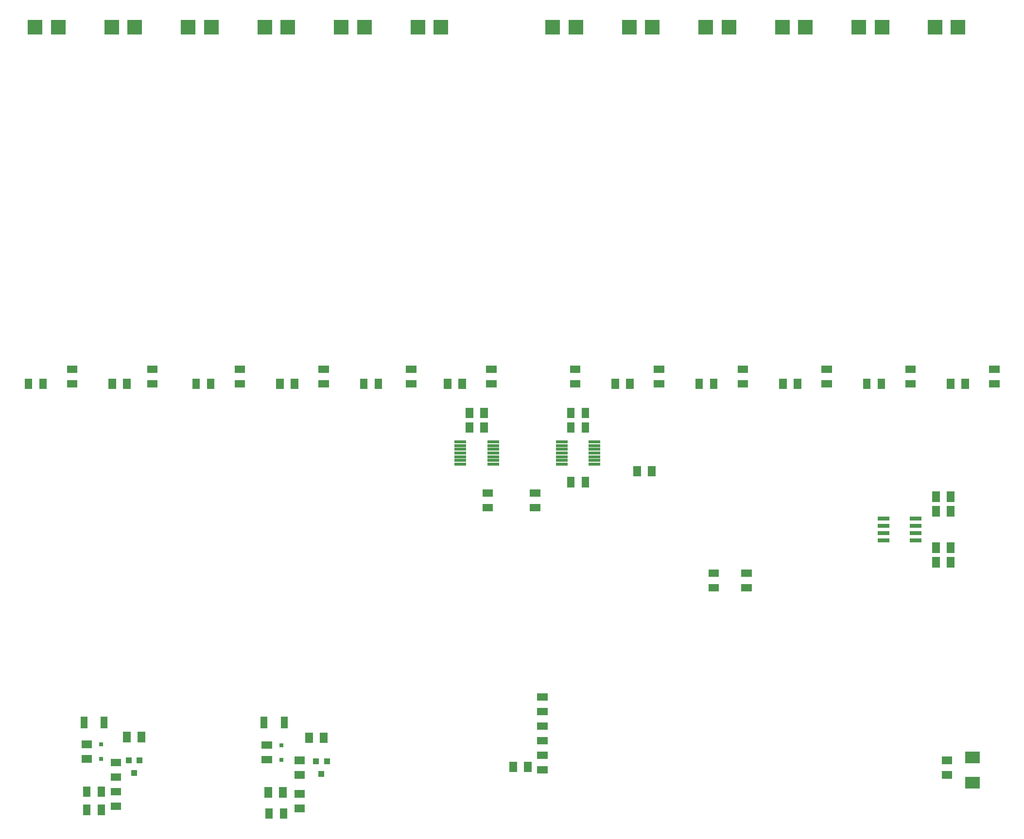
<source format=gbp>
G04 #@! TF.GenerationSoftware,KiCad,Pcbnew,(5.1.6)-1*
G04 #@! TF.CreationDate,2023-01-22T15:30:42+01:00*
G04 #@! TF.ProjectId,zone-controller,7a6f6e65-2d63-46f6-9e74-726f6c6c6572,rev?*
G04 #@! TF.SameCoordinates,Original*
G04 #@! TF.FileFunction,Paste,Bot*
G04 #@! TF.FilePolarity,Positive*
%FSLAX46Y46*%
G04 Gerber Fmt 4.6, Leading zero omitted, Abs format (unit mm)*
G04 Created by KiCad (PCBNEW (5.1.6)-1) date 2023-01-22 15:30:42*
%MOMM*%
%LPD*%
G01*
G04 APERTURE LIST*
%ADD10C,0.100000*%
%ADD11R,2.500000X2.500000*%
%ADD12R,1.300000X2.000000*%
%ADD13R,2.500000X2.000000*%
%ADD14R,2.000000X0.800000*%
%ADD15R,2.000000X0.500000*%
%ADD16R,1.000000X1.000000*%
%ADD17R,0.800000X0.800000*%
G04 APERTURE END LIST*
D10*
G36*
X205725000Y-61860000D02*
G01*
X205725000Y-60060000D01*
X207025000Y-60060000D01*
X207025000Y-61860000D01*
X205725000Y-61860000D01*
G37*
G36*
X203185000Y-61860000D02*
G01*
X203185000Y-60060000D01*
X204485000Y-60060000D01*
X204485000Y-61860000D01*
X203185000Y-61860000D01*
G37*
G36*
X147305000Y-61860000D02*
G01*
X147305000Y-60060000D01*
X148605000Y-60060000D01*
X148605000Y-61860000D01*
X147305000Y-61860000D01*
G37*
G36*
X144765000Y-61860000D02*
G01*
X144765000Y-60060000D01*
X146065000Y-60060000D01*
X146065000Y-61860000D01*
X144765000Y-61860000D01*
G37*
G36*
X88885000Y-61860000D02*
G01*
X88885000Y-60060000D01*
X90185000Y-60060000D01*
X90185000Y-61860000D01*
X88885000Y-61860000D01*
G37*
G36*
X86345000Y-61860000D02*
G01*
X86345000Y-60060000D01*
X87645000Y-60060000D01*
X87645000Y-61860000D01*
X86345000Y-61860000D01*
G37*
G36*
X149875000Y-75300000D02*
G01*
X149875000Y-77100000D01*
X148575000Y-77100000D01*
X148575000Y-75300000D01*
X149875000Y-75300000D01*
G37*
G36*
X152415000Y-75300000D02*
G01*
X152415000Y-77100000D01*
X151115000Y-77100000D01*
X151115000Y-75300000D01*
X152415000Y-75300000D01*
G37*
G36*
X191120000Y-61860000D02*
G01*
X191120000Y-60060000D01*
X192420000Y-60060000D01*
X192420000Y-61860000D01*
X191120000Y-61860000D01*
G37*
G36*
X188580000Y-61860000D02*
G01*
X188580000Y-60060000D01*
X189880000Y-60060000D01*
X189880000Y-61860000D01*
X188580000Y-61860000D01*
G37*
G36*
X74280000Y-61860000D02*
G01*
X74280000Y-60060000D01*
X75580000Y-60060000D01*
X75580000Y-61860000D01*
X74280000Y-61860000D01*
G37*
G36*
X71740000Y-61860000D02*
G01*
X71740000Y-60060000D01*
X73040000Y-60060000D01*
X73040000Y-61860000D01*
X71740000Y-61860000D01*
G37*
G36*
X132345000Y-80660000D02*
G01*
X130545000Y-80660000D01*
X130545000Y-79360000D01*
X132345000Y-79360000D01*
X132345000Y-80660000D01*
G37*
G36*
X132345000Y-83200000D02*
G01*
X130545000Y-83200000D01*
X130545000Y-81900000D01*
X132345000Y-81900000D01*
X132345000Y-83200000D01*
G37*
G36*
X176515000Y-61860000D02*
G01*
X176515000Y-60060000D01*
X177815000Y-60060000D01*
X177815000Y-61860000D01*
X176515000Y-61860000D01*
G37*
G36*
X173975000Y-61860000D02*
G01*
X173975000Y-60060000D01*
X175275000Y-60060000D01*
X175275000Y-61860000D01*
X173975000Y-61860000D01*
G37*
G36*
X118095000Y-61860000D02*
G01*
X118095000Y-60060000D01*
X119395000Y-60060000D01*
X119395000Y-61860000D01*
X118095000Y-61860000D01*
G37*
G36*
X115555000Y-61860000D02*
G01*
X115555000Y-60060000D01*
X116855000Y-60060000D01*
X116855000Y-61860000D01*
X115555000Y-61860000D01*
G37*
G36*
X59675000Y-61860000D02*
G01*
X59675000Y-60060000D01*
X60975000Y-60060000D01*
X60975000Y-61860000D01*
X59675000Y-61860000D01*
G37*
G36*
X57135000Y-61860000D02*
G01*
X57135000Y-60060000D01*
X58435000Y-60060000D01*
X58435000Y-61860000D01*
X57135000Y-61860000D01*
G37*
G36*
X124090000Y-80660000D02*
G01*
X122290000Y-80660000D01*
X122290000Y-79360000D01*
X124090000Y-79360000D01*
X124090000Y-80660000D01*
G37*
G36*
X124090000Y-83200000D02*
G01*
X122290000Y-83200000D01*
X122290000Y-81900000D01*
X124090000Y-81900000D01*
X124090000Y-83200000D01*
G37*
G36*
X161910000Y-61860000D02*
G01*
X161910000Y-60060000D01*
X163210000Y-60060000D01*
X163210000Y-61860000D01*
X161910000Y-61860000D01*
G37*
G36*
X159370000Y-61860000D02*
G01*
X159370000Y-60060000D01*
X160670000Y-60060000D01*
X160670000Y-61860000D01*
X159370000Y-61860000D01*
G37*
G36*
X103490000Y-61860000D02*
G01*
X103490000Y-60060000D01*
X104790000Y-60060000D01*
X104790000Y-61860000D01*
X103490000Y-61860000D01*
G37*
G36*
X100950000Y-61860000D02*
G01*
X100950000Y-60060000D01*
X102250000Y-60060000D01*
X102250000Y-61860000D01*
X100950000Y-61860000D01*
G37*
G36*
X45070000Y-61860000D02*
G01*
X45070000Y-60060000D01*
X46370000Y-60060000D01*
X46370000Y-61860000D01*
X45070000Y-61860000D01*
G37*
G36*
X42530000Y-61860000D02*
G01*
X42530000Y-60060000D01*
X43830000Y-60060000D01*
X43830000Y-61860000D01*
X42530000Y-61860000D01*
G37*
D11*
X44355000Y1270000D03*
X48355000Y1270000D03*
D12*
X52860000Y-120015000D03*
X56360000Y-120015000D03*
X84229000Y-120015000D03*
X87729000Y-120015000D03*
D10*
G36*
X60975000Y-121655000D02*
G01*
X60975000Y-123455000D01*
X59675000Y-123455000D01*
X59675000Y-121655000D01*
X60975000Y-121655000D01*
G37*
G36*
X63515000Y-121655000D02*
G01*
X63515000Y-123455000D01*
X62215000Y-123455000D01*
X62215000Y-121655000D01*
X63515000Y-121655000D01*
G37*
D13*
X207645000Y-130470000D03*
X207645000Y-126070000D03*
D11*
X201105000Y1270000D03*
X205105000Y1270000D03*
D14*
X197705000Y-85725000D03*
X192185000Y-86995000D03*
X192185000Y-85725000D03*
X197705000Y-84455000D03*
X192185000Y-88265000D03*
X192185000Y-84455000D03*
X197705000Y-86995000D03*
X197705000Y-88265000D03*
D15*
X118422500Y-72375000D03*
D10*
G36*
X117422500Y-71325000D02*
G01*
X117422500Y-70825000D01*
X119422500Y-70825000D01*
X119422500Y-71325000D01*
X117422500Y-71325000D01*
G37*
D15*
X124147500Y-73025000D03*
X118422500Y-71725000D03*
X118422500Y-73675000D03*
X124147500Y-73675000D03*
X124147500Y-71725000D03*
X118422500Y-74975000D03*
X118422500Y-74325000D03*
X118422500Y-73025000D03*
X124147500Y-72375000D03*
X124147500Y-74325000D03*
X124147500Y-71075000D03*
X124147500Y-74975000D03*
X141800500Y-73675000D03*
D10*
G36*
X142800500Y-74725000D02*
G01*
X142800500Y-75225000D01*
X140800500Y-75225000D01*
X140800500Y-74725000D01*
X142800500Y-74725000D01*
G37*
D15*
X136075500Y-73025000D03*
X141800500Y-74325000D03*
X141800500Y-72375000D03*
X136075500Y-72375000D03*
X136075500Y-74325000D03*
X141800500Y-71075000D03*
X141800500Y-71725000D03*
X141800500Y-73025000D03*
X136075500Y-73675000D03*
X136075500Y-71725000D03*
X136075500Y-74975000D03*
X136075500Y-71075000D03*
D10*
G36*
X163460000Y-94630000D02*
G01*
X161660000Y-94630000D01*
X161660000Y-93330000D01*
X163460000Y-93330000D01*
X163460000Y-94630000D01*
G37*
G36*
X163460000Y-97170000D02*
G01*
X161660000Y-97170000D01*
X161660000Y-95870000D01*
X163460000Y-95870000D01*
X163460000Y-97170000D01*
G37*
G36*
X169175000Y-94630000D02*
G01*
X167375000Y-94630000D01*
X167375000Y-93330000D01*
X169175000Y-93330000D01*
X169175000Y-94630000D01*
G37*
G36*
X169175000Y-97170000D02*
G01*
X167375000Y-97170000D01*
X167375000Y-95870000D01*
X169175000Y-95870000D01*
X169175000Y-97170000D01*
G37*
G36*
X92725000Y-121782000D02*
G01*
X92725000Y-123582000D01*
X91425000Y-123582000D01*
X91425000Y-121782000D01*
X92725000Y-121782000D01*
G37*
G36*
X95265000Y-121782000D02*
G01*
X95265000Y-123582000D01*
X93965000Y-123582000D01*
X93965000Y-121782000D01*
X95265000Y-121782000D01*
G37*
G36*
X201945000Y-91175000D02*
G01*
X201945000Y-92975000D01*
X200645000Y-92975000D01*
X200645000Y-91175000D01*
X201945000Y-91175000D01*
G37*
G36*
X204485000Y-91175000D02*
G01*
X204485000Y-92975000D01*
X203185000Y-92975000D01*
X203185000Y-91175000D01*
X204485000Y-91175000D01*
G37*
G36*
X201945000Y-88635000D02*
G01*
X201945000Y-90435000D01*
X200645000Y-90435000D01*
X200645000Y-88635000D01*
X201945000Y-88635000D01*
G37*
G36*
X204485000Y-88635000D02*
G01*
X204485000Y-90435000D01*
X203185000Y-90435000D01*
X203185000Y-88635000D01*
X204485000Y-88635000D01*
G37*
G36*
X201945000Y-82285000D02*
G01*
X201945000Y-84085000D01*
X200645000Y-84085000D01*
X200645000Y-82285000D01*
X201945000Y-82285000D01*
G37*
G36*
X204485000Y-82285000D02*
G01*
X204485000Y-84085000D01*
X203185000Y-84085000D01*
X203185000Y-82285000D01*
X204485000Y-82285000D01*
G37*
G36*
X201945000Y-79745000D02*
G01*
X201945000Y-81545000D01*
X200645000Y-81545000D01*
X200645000Y-79745000D01*
X201945000Y-79745000D01*
G37*
G36*
X204485000Y-79745000D02*
G01*
X204485000Y-81545000D01*
X203185000Y-81545000D01*
X203185000Y-79745000D01*
X204485000Y-79745000D01*
G37*
G36*
X83809000Y-125842000D02*
G01*
X85609000Y-125842000D01*
X85609000Y-127142000D01*
X83809000Y-127142000D01*
X83809000Y-125842000D01*
G37*
G36*
X83809000Y-123302000D02*
G01*
X85609000Y-123302000D01*
X85609000Y-124602000D01*
X83809000Y-124602000D01*
X83809000Y-123302000D01*
G37*
G36*
X86980000Y-136790000D02*
G01*
X86980000Y-134990000D01*
X88280000Y-134990000D01*
X88280000Y-136790000D01*
X86980000Y-136790000D01*
G37*
G36*
X84440000Y-136790000D02*
G01*
X84440000Y-134990000D01*
X85740000Y-134990000D01*
X85740000Y-136790000D01*
X84440000Y-136790000D01*
G37*
G36*
X91324000Y-133111000D02*
G01*
X89524000Y-133111000D01*
X89524000Y-131811000D01*
X91324000Y-131811000D01*
X91324000Y-133111000D01*
G37*
G36*
X91324000Y-135651000D02*
G01*
X89524000Y-135651000D01*
X89524000Y-134351000D01*
X91324000Y-134351000D01*
X91324000Y-135651000D01*
G37*
G36*
X86853000Y-133107000D02*
G01*
X86853000Y-131307000D01*
X88153000Y-131307000D01*
X88153000Y-133107000D01*
X86853000Y-133107000D01*
G37*
G36*
X84313000Y-133107000D02*
G01*
X84313000Y-131307000D01*
X85613000Y-131307000D01*
X85613000Y-133107000D01*
X84313000Y-133107000D01*
G37*
G36*
X138318000Y-77205000D02*
G01*
X138318000Y-79005000D01*
X137018000Y-79005000D01*
X137018000Y-77205000D01*
X138318000Y-77205000D01*
G37*
G36*
X140858000Y-77205000D02*
G01*
X140858000Y-79005000D01*
X139558000Y-79005000D01*
X139558000Y-77205000D01*
X140858000Y-77205000D01*
G37*
G36*
X52440000Y-125715000D02*
G01*
X54240000Y-125715000D01*
X54240000Y-127015000D01*
X52440000Y-127015000D01*
X52440000Y-125715000D01*
G37*
G36*
X52440000Y-123175000D02*
G01*
X54240000Y-123175000D01*
X54240000Y-124475000D01*
X52440000Y-124475000D01*
X52440000Y-123175000D01*
G37*
G36*
X55230000Y-136155000D02*
G01*
X55230000Y-134355000D01*
X56530000Y-134355000D01*
X56530000Y-136155000D01*
X55230000Y-136155000D01*
G37*
G36*
X52690000Y-136155000D02*
G01*
X52690000Y-134355000D01*
X53990000Y-134355000D01*
X53990000Y-136155000D01*
X52690000Y-136155000D01*
G37*
G36*
X204100000Y-127269000D02*
G01*
X202300000Y-127269000D01*
X202300000Y-125969000D01*
X204100000Y-125969000D01*
X204100000Y-127269000D01*
G37*
G36*
X204100000Y-129809000D02*
G01*
X202300000Y-129809000D01*
X202300000Y-128509000D01*
X204100000Y-128509000D01*
X204100000Y-129809000D01*
G37*
G36*
X59320000Y-132730000D02*
G01*
X57520000Y-132730000D01*
X57520000Y-131430000D01*
X59320000Y-131430000D01*
X59320000Y-132730000D01*
G37*
G36*
X59320000Y-135270000D02*
G01*
X57520000Y-135270000D01*
X57520000Y-133970000D01*
X59320000Y-133970000D01*
X59320000Y-135270000D01*
G37*
G36*
X55230000Y-132980000D02*
G01*
X55230000Y-131180000D01*
X56530000Y-131180000D01*
X56530000Y-132980000D01*
X55230000Y-132980000D01*
G37*
G36*
X52690000Y-132980000D02*
G01*
X52690000Y-131180000D01*
X53990000Y-131180000D01*
X53990000Y-132980000D01*
X52690000Y-132980000D01*
G37*
G36*
X133615000Y-121300000D02*
G01*
X131815000Y-121300000D01*
X131815000Y-120000000D01*
X133615000Y-120000000D01*
X133615000Y-121300000D01*
G37*
G36*
X133615000Y-123840000D02*
G01*
X131815000Y-123840000D01*
X131815000Y-122540000D01*
X133615000Y-122540000D01*
X133615000Y-123840000D01*
G37*
G36*
X131815000Y-127620000D02*
G01*
X133615000Y-127620000D01*
X133615000Y-128920000D01*
X131815000Y-128920000D01*
X131815000Y-127620000D01*
G37*
G36*
X131815000Y-125080000D02*
G01*
X133615000Y-125080000D01*
X133615000Y-126380000D01*
X131815000Y-126380000D01*
X131815000Y-125080000D01*
G37*
G36*
X129525000Y-128662000D02*
G01*
X129525000Y-126862000D01*
X130825000Y-126862000D01*
X130825000Y-128662000D01*
X129525000Y-128662000D01*
G37*
G36*
X126985000Y-128662000D02*
G01*
X126985000Y-126862000D01*
X128285000Y-126862000D01*
X128285000Y-128662000D01*
X126985000Y-128662000D01*
G37*
D16*
X94234000Y-128962000D03*
X95184000Y-126762000D03*
X93284000Y-126762000D03*
X61595000Y-128835000D03*
X62545000Y-126635000D03*
X60645000Y-126635000D03*
D17*
X87249000Y-126492000D03*
X87249000Y-123952000D03*
X55880000Y-126365000D03*
X55880000Y-123825000D03*
D11*
X187865000Y1270000D03*
X191865000Y1270000D03*
X174530000Y1270000D03*
X178530000Y1270000D03*
X161195000Y1270000D03*
X165195000Y1270000D03*
X147860000Y1270000D03*
X151860000Y1270000D03*
X134525000Y1270000D03*
X138525000Y1270000D03*
X111030000Y1270000D03*
X115030000Y1270000D03*
X97695000Y1270000D03*
X101695000Y1270000D03*
X84360000Y1270000D03*
X88360000Y1270000D03*
X71025000Y1270000D03*
X75025000Y1270000D03*
X57690000Y1270000D03*
X61690000Y1270000D03*
D10*
G36*
X89524000Y-128509000D02*
G01*
X91324000Y-128509000D01*
X91324000Y-129809000D01*
X89524000Y-129809000D01*
X89524000Y-128509000D01*
G37*
G36*
X89524000Y-125969000D02*
G01*
X91324000Y-125969000D01*
X91324000Y-127269000D01*
X89524000Y-127269000D01*
X89524000Y-125969000D01*
G37*
G36*
X139558000Y-69480000D02*
G01*
X139558000Y-67680000D01*
X140858000Y-67680000D01*
X140858000Y-69480000D01*
X139558000Y-69480000D01*
G37*
G36*
X137018000Y-69480000D02*
G01*
X137018000Y-67680000D01*
X138318000Y-67680000D01*
X138318000Y-69480000D01*
X137018000Y-69480000D01*
G37*
G36*
X121905000Y-69480000D02*
G01*
X121905000Y-67680000D01*
X123205000Y-67680000D01*
X123205000Y-69480000D01*
X121905000Y-69480000D01*
G37*
G36*
X119365000Y-69480000D02*
G01*
X119365000Y-67680000D01*
X120665000Y-67680000D01*
X120665000Y-69480000D01*
X119365000Y-69480000D01*
G37*
G36*
X139558000Y-66940000D02*
G01*
X139558000Y-65140000D01*
X140858000Y-65140000D01*
X140858000Y-66940000D01*
X139558000Y-66940000D01*
G37*
G36*
X137018000Y-66940000D02*
G01*
X137018000Y-65140000D01*
X138318000Y-65140000D01*
X138318000Y-66940000D01*
X137018000Y-66940000D01*
G37*
G36*
X121905000Y-66940000D02*
G01*
X121905000Y-65140000D01*
X123205000Y-65140000D01*
X123205000Y-66940000D01*
X121905000Y-66940000D01*
G37*
G36*
X119365000Y-66940000D02*
G01*
X119365000Y-65140000D01*
X120665000Y-65140000D01*
X120665000Y-66940000D01*
X119365000Y-66940000D01*
G37*
G36*
X57520000Y-128890000D02*
G01*
X59320000Y-128890000D01*
X59320000Y-130190000D01*
X57520000Y-130190000D01*
X57520000Y-128890000D01*
G37*
G36*
X57520000Y-126350000D02*
G01*
X59320000Y-126350000D01*
X59320000Y-127650000D01*
X57520000Y-127650000D01*
X57520000Y-126350000D01*
G37*
G36*
X210555000Y-60310000D02*
G01*
X212355000Y-60310000D01*
X212355000Y-61610000D01*
X210555000Y-61610000D01*
X210555000Y-60310000D01*
G37*
G36*
X210555000Y-57770000D02*
G01*
X212355000Y-57770000D01*
X212355000Y-59070000D01*
X210555000Y-59070000D01*
X210555000Y-57770000D01*
G37*
G36*
X152135000Y-60310000D02*
G01*
X153935000Y-60310000D01*
X153935000Y-61610000D01*
X152135000Y-61610000D01*
X152135000Y-60310000D01*
G37*
G36*
X152135000Y-57770000D02*
G01*
X153935000Y-57770000D01*
X153935000Y-59070000D01*
X152135000Y-59070000D01*
X152135000Y-57770000D01*
G37*
G36*
X181345000Y-60310000D02*
G01*
X183145000Y-60310000D01*
X183145000Y-61610000D01*
X181345000Y-61610000D01*
X181345000Y-60310000D01*
G37*
G36*
X181345000Y-57770000D02*
G01*
X183145000Y-57770000D01*
X183145000Y-59070000D01*
X181345000Y-59070000D01*
X181345000Y-57770000D01*
G37*
G36*
X195950000Y-60310000D02*
G01*
X197750000Y-60310000D01*
X197750000Y-61610000D01*
X195950000Y-61610000D01*
X195950000Y-60310000D01*
G37*
G36*
X195950000Y-57770000D02*
G01*
X197750000Y-57770000D01*
X197750000Y-59070000D01*
X195950000Y-59070000D01*
X195950000Y-57770000D01*
G37*
G36*
X166740000Y-60310000D02*
G01*
X168540000Y-60310000D01*
X168540000Y-61610000D01*
X166740000Y-61610000D01*
X166740000Y-60310000D01*
G37*
G36*
X166740000Y-57770000D02*
G01*
X168540000Y-57770000D01*
X168540000Y-59070000D01*
X166740000Y-59070000D01*
X166740000Y-57770000D01*
G37*
G36*
X137530000Y-60310000D02*
G01*
X139330000Y-60310000D01*
X139330000Y-61610000D01*
X137530000Y-61610000D01*
X137530000Y-60310000D01*
G37*
G36*
X137530000Y-57770000D02*
G01*
X139330000Y-57770000D01*
X139330000Y-59070000D01*
X137530000Y-59070000D01*
X137530000Y-57770000D01*
G37*
G36*
X93715000Y-60310000D02*
G01*
X95515000Y-60310000D01*
X95515000Y-61610000D01*
X93715000Y-61610000D01*
X93715000Y-60310000D01*
G37*
G36*
X93715000Y-57770000D02*
G01*
X95515000Y-57770000D01*
X95515000Y-59070000D01*
X93715000Y-59070000D01*
X93715000Y-57770000D01*
G37*
G36*
X63870000Y-60310000D02*
G01*
X65670000Y-60310000D01*
X65670000Y-61610000D01*
X63870000Y-61610000D01*
X63870000Y-60310000D01*
G37*
G36*
X63870000Y-57770000D02*
G01*
X65670000Y-57770000D01*
X65670000Y-59070000D01*
X63870000Y-59070000D01*
X63870000Y-57770000D01*
G37*
G36*
X122925000Y-60310000D02*
G01*
X124725000Y-60310000D01*
X124725000Y-61610000D01*
X122925000Y-61610000D01*
X122925000Y-60310000D01*
G37*
G36*
X122925000Y-57770000D02*
G01*
X124725000Y-57770000D01*
X124725000Y-59070000D01*
X122925000Y-59070000D01*
X122925000Y-57770000D01*
G37*
G36*
X108955000Y-60310000D02*
G01*
X110755000Y-60310000D01*
X110755000Y-61610000D01*
X108955000Y-61610000D01*
X108955000Y-60310000D01*
G37*
G36*
X108955000Y-57770000D02*
G01*
X110755000Y-57770000D01*
X110755000Y-59070000D01*
X108955000Y-59070000D01*
X108955000Y-57770000D01*
G37*
G36*
X79110000Y-60310000D02*
G01*
X80910000Y-60310000D01*
X80910000Y-61610000D01*
X79110000Y-61610000D01*
X79110000Y-60310000D01*
G37*
G36*
X79110000Y-57770000D02*
G01*
X80910000Y-57770000D01*
X80910000Y-59070000D01*
X79110000Y-59070000D01*
X79110000Y-57770000D01*
G37*
G36*
X49900000Y-60310000D02*
G01*
X51700000Y-60310000D01*
X51700000Y-61610000D01*
X49900000Y-61610000D01*
X49900000Y-60310000D01*
G37*
G36*
X49900000Y-57770000D02*
G01*
X51700000Y-57770000D01*
X51700000Y-59070000D01*
X49900000Y-59070000D01*
X49900000Y-57770000D01*
G37*
G36*
X131815000Y-117460000D02*
G01*
X133615000Y-117460000D01*
X133615000Y-118760000D01*
X131815000Y-118760000D01*
X131815000Y-117460000D01*
G37*
G36*
X131815000Y-114920000D02*
G01*
X133615000Y-114920000D01*
X133615000Y-116220000D01*
X131815000Y-116220000D01*
X131815000Y-114920000D01*
G37*
M02*

</source>
